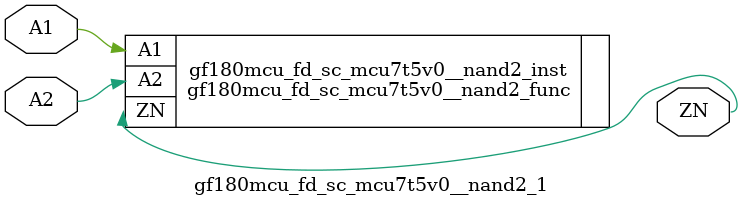
<source format=v>

`ifndef GF180MCU_FD_SC_MCU7T5V0__NAND2_1_V
`define GF180MCU_FD_SC_MCU7T5V0__NAND2_1_V

`include gf180mcu_fd_sc_mcu7t5v0__nand2.v

`ifdef USE_POWER_PINS
module gf180mcu_fd_sc_mcu7t5v0__nand2_1( A2, A1, ZN, VDD, VSS );
inout VDD, VSS;
`else // If not USE_POWER_PINS
module gf180mcu_fd_sc_mcu7t5v0__nand2_1( A2, A1, ZN );
`endif // If not USE_POWER_PINS
input A1, A2;
output ZN;

`ifdef USE_POWER_PINS
  gf180mcu_fd_sc_mcu7t5v0__nand2_func gf180mcu_fd_sc_mcu7t5v0__nand2_inst(.A2(A2),.A1(A1),.ZN(ZN),.VDD(VDD),.VSS(VSS));
`else // If not USE_POWER_PINS
  gf180mcu_fd_sc_mcu7t5v0__nand2_func gf180mcu_fd_sc_mcu7t5v0__nand2_inst(.A2(A2),.A1(A1),.ZN(ZN));
`endif // If not USE_POWER_PINS

`ifndef FUNCTIONAL
	// spec_gates_begin


	// spec_gates_end



   specify

	// specify_block_begin

	// comb arc A1 --> ZN
	 (A1 => ZN) = (1.0,1.0);

	// comb arc A2 --> ZN
	 (A2 => ZN) = (1.0,1.0);

	// specify_block_end

   endspecify

   `endif

endmodule
`endif // GF180MCU_FD_SC_MCU7T5V0__NAND2_1_V

</source>
